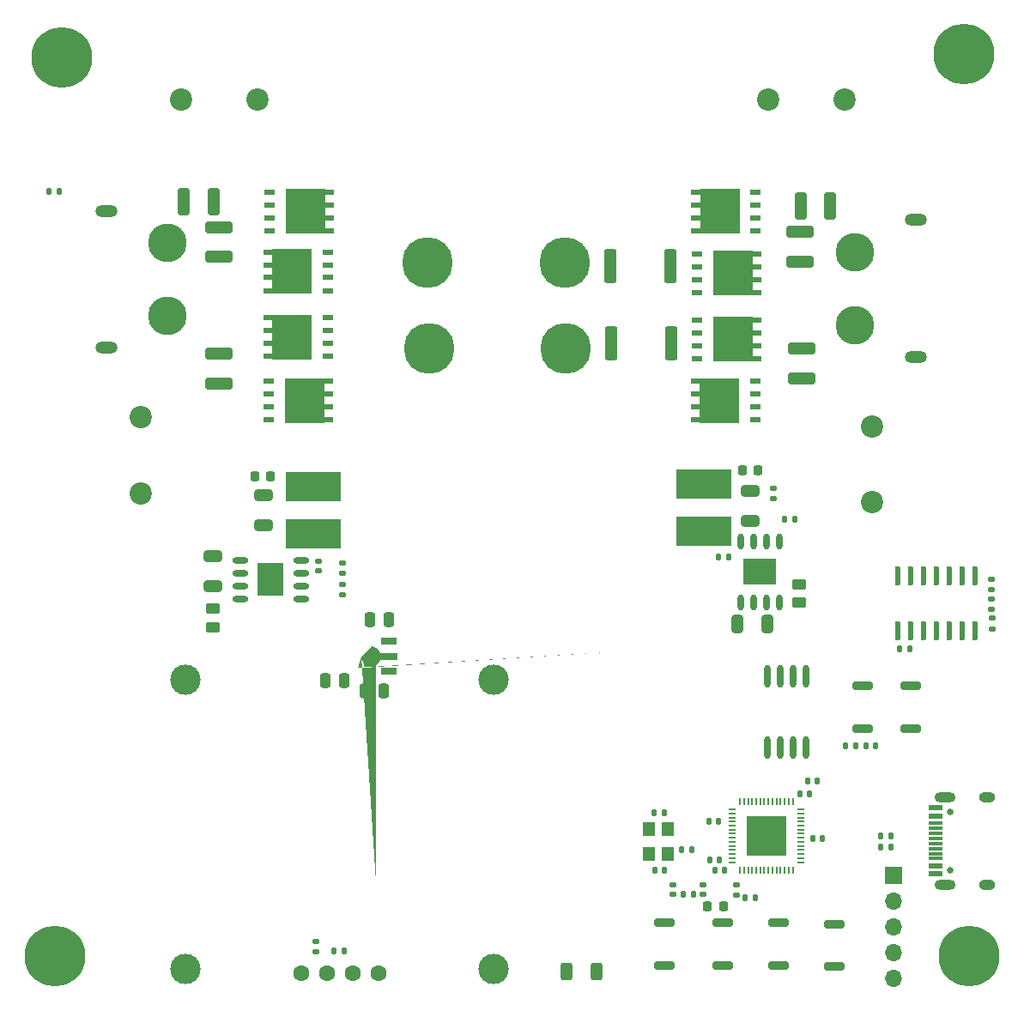
<source format=gts>
G04 #@! TF.GenerationSoftware,KiCad,Pcbnew,8.0.6*
G04 #@! TF.CreationDate,2025-01-07T14:18:53+11:00*
G04 #@! TF.ProjectId,MPPT_V3,4d505054-5f56-4332-9e6b-696361645f70,rev?*
G04 #@! TF.SameCoordinates,Original*
G04 #@! TF.FileFunction,Soldermask,Top*
G04 #@! TF.FilePolarity,Negative*
%FSLAX46Y46*%
G04 Gerber Fmt 4.6, Leading zero omitted, Abs format (unit mm)*
G04 Created by KiCad (PCBNEW 8.0.6) date 2025-01-07 14:18:53*
%MOMM*%
%LPD*%
G01*
G04 APERTURE LIST*
G04 Aperture macros list*
%AMRoundRect*
0 Rectangle with rounded corners*
0 $1 Rounding radius*
0 $2 $3 $4 $5 $6 $7 $8 $9 X,Y pos of 4 corners*
0 Add a 4 corners polygon primitive as box body*
4,1,4,$2,$3,$4,$5,$6,$7,$8,$9,$2,$3,0*
0 Add four circle primitives for the rounded corners*
1,1,$1+$1,$2,$3*
1,1,$1+$1,$4,$5*
1,1,$1+$1,$6,$7*
1,1,$1+$1,$8,$9*
0 Add four rect primitives between the rounded corners*
20,1,$1+$1,$2,$3,$4,$5,0*
20,1,$1+$1,$4,$5,$6,$7,0*
20,1,$1+$1,$6,$7,$8,$9,0*
20,1,$1+$1,$8,$9,$2,$3,0*%
%AMFreePoly0*
4,1,149,1.029806,0.999029,1.079806,0.989029,1.082127,0.988507,1.120971,0.978796,1.169806,0.969029,1.172127,0.968507,1.252127,0.948507,1.262361,0.944721,1.297451,0.927176,1.332127,0.918507,1.342361,0.914721,1.422361,0.874721,1.430000,0.870000,1.466394,0.842704,1.502361,0.824721,1.515355,0.815355,1.542840,0.787870,1.580000,0.760000,1.585355,0.755355,1.705355,0.635355,
1.710000,0.630000,1.737870,0.592840,1.765355,0.565355,1.774721,0.552361,1.834721,0.432361,1.838507,0.422127,1.849039,0.380000,3.510000,0.380000,3.545355,0.365355,3.560000,0.330000,3.560000,-0.330000,3.545355,-0.365355,3.510000,-0.380000,1.849039,-0.380000,1.838507,-0.422127,1.834721,-0.432361,1.774721,-0.552361,1.765355,-0.565355,1.737870,-0.592840,1.710000,-0.630000,
1.705355,-0.635355,1.647870,-0.692840,1.620000,-0.730000,1.607735,-0.741603,1.578884,-0.760837,1.542840,-0.787870,1.515355,-0.815355,1.502361,-0.824721,1.466394,-0.842704,1.430000,-0.870000,1.422361,-0.874721,1.342361,-0.914721,1.332127,-0.918507,1.297451,-0.927176,1.262361,-0.944721,1.252127,-0.948507,1.172127,-0.968507,1.169806,-0.969029,1.120971,-0.978796,1.082127,-0.988507,
1.079806,-0.989029,1.029806,-0.999029,1.020000,-1.000000,-1.010000,-1.000000,-1.022127,-0.998507,-1.060971,-0.988796,-1.109806,-0.979029,-1.112127,-0.978507,-1.190971,-0.958796,-1.239806,-0.949029,-1.252361,-0.944721,-1.287451,-0.927176,-1.322127,-0.918507,-1.332361,-0.914721,-1.412361,-0.874721,-1.420000,-0.870000,-1.458884,-0.840837,-1.487735,-0.821603,-1.490000,-0.820000,-1.530000,-0.790000,
-1.535355,-0.785355,-1.559617,-0.761093,-1.592361,-0.744721,-1.610000,-0.730000,-1.637870,-0.692840,-1.695355,-0.635355,-1.700000,-0.630000,-1.730000,-0.590000,-1.731603,-0.587735,-1.751603,-0.557735,-1.754721,-0.552361,-1.772704,-0.516394,-1.800000,-0.480000,-1.804721,-0.472361,-1.844721,-0.392361,-1.848507,-0.382127,-1.857176,-0.347451,-1.874721,-0.312361,-1.879029,-0.299806,-1.888796,-0.250971,
-1.908507,-0.172127,-1.910000,-0.160000,-1.910000,-0.116155,-1.918507,-0.082127,-1.920000,-0.070000,-1.920000,0.070000,-1.918507,0.082127,-1.910000,0.116155,-1.910000,0.150000,-1.909029,0.159806,-1.899029,0.209806,-1.898507,0.212127,-1.878507,0.292127,-1.876424,0.298570,-1.857683,0.345421,-1.848507,0.382127,-1.844721,0.392361,-1.804721,0.472361,-1.800000,0.480000,-1.772704,0.516394,
-1.754721,0.552361,-1.751603,0.557735,-1.731603,0.587735,-1.730000,0.590000,-1.700000,0.630000,-1.695355,0.635355,-1.605355,0.725355,-1.600000,0.730000,-1.562840,0.757870,-1.535355,0.785355,-1.530000,0.790000,-1.490000,0.820000,-1.487735,0.821603,-1.458884,0.840837,-1.420000,0.870000,-1.412361,0.874721,-1.332361,0.914721,-1.322127,0.918507,-1.287451,0.927176,-1.252361,0.944721,
-1.239806,0.949029,-1.190971,0.958796,-1.112127,0.978507,-1.109806,0.979029,-1.060971,0.988796,-1.022127,0.998507,-1.010000,1.000000,1.020000,1.000000,1.029806,0.999029,1.029806,0.999029,$1*%
G04 Aperture macros list end*
%ADD10RoundRect,0.140000X-0.140000X-0.170000X0.140000X-0.170000X0.140000X0.170000X-0.140000X0.170000X0*%
%ADD11RoundRect,0.250000X-1.100000X0.325000X-1.100000X-0.325000X1.100000X-0.325000X1.100000X0.325000X0*%
%ADD12R,1.000000X0.600000*%
%ADD13R,4.000000X4.410000*%
%ADD14O,0.590000X1.970000*%
%ADD15C,5.000000*%
%ADD16RoundRect,0.147500X0.172500X-0.147500X0.172500X0.147500X-0.172500X0.147500X-0.172500X-0.147500X0*%
%ADD17RoundRect,0.135000X-0.135000X-0.185000X0.135000X-0.185000X0.135000X0.185000X-0.135000X0.185000X0*%
%ADD18RoundRect,0.140000X0.140000X0.170000X-0.140000X0.170000X-0.140000X-0.170000X0.140000X-0.170000X0*%
%ADD19RoundRect,0.250000X0.650000X-0.325000X0.650000X0.325000X-0.650000X0.325000X-0.650000X-0.325000X0*%
%ADD20RoundRect,0.140000X0.170000X-0.140000X0.170000X0.140000X-0.170000X0.140000X-0.170000X-0.140000X0*%
%ADD21RoundRect,0.135000X-0.185000X0.135000X-0.185000X-0.135000X0.185000X-0.135000X0.185000X0.135000X0*%
%ADD22RoundRect,0.250000X0.450000X-0.262500X0.450000X0.262500X-0.450000X0.262500X-0.450000X-0.262500X0*%
%ADD23C,6.000000*%
%ADD24R,5.500000X3.000000*%
%ADD25R,0.200000X0.660000*%
%ADD26R,0.660000X0.200000*%
%ADD27R,4.000000X4.000000*%
%ADD28RoundRect,0.225000X0.225000X0.250000X-0.225000X0.250000X-0.225000X-0.250000X0.225000X-0.250000X0*%
%ADD29RoundRect,0.250000X0.250000X0.475000X-0.250000X0.475000X-0.250000X-0.475000X0.250000X-0.475000X0*%
%ADD30R,1.200000X1.400000*%
%ADD31RoundRect,0.200000X0.800000X-0.200000X0.800000X0.200000X-0.800000X0.200000X-0.800000X-0.200000X0*%
%ADD32RoundRect,0.225000X-0.225000X-0.250000X0.225000X-0.250000X0.225000X0.250000X-0.225000X0.250000X0*%
%ADD33RoundRect,0.250000X0.325000X0.650000X-0.325000X0.650000X-0.325000X-0.650000X0.325000X-0.650000X0*%
%ADD34R,1.580000X0.670000*%
%ADD35FreePoly0,0.000000*%
%ADD36RoundRect,0.250000X-0.325000X-1.100000X0.325000X-1.100000X0.325000X1.100000X-0.325000X1.100000X0*%
%ADD37RoundRect,0.200000X-0.800000X0.200000X-0.800000X-0.200000X0.800000X-0.200000X0.800000X0.200000X0*%
%ADD38O,1.600000X0.600000*%
%ADD39R,2.500000X3.200000*%
%ADD40RoundRect,0.135000X0.135000X0.185000X-0.135000X0.185000X-0.135000X-0.185000X0.135000X-0.185000X0*%
%ADD41RoundRect,0.250000X-0.362500X-1.425000X0.362500X-1.425000X0.362500X1.425000X-0.362500X1.425000X0*%
%ADD42RoundRect,0.135000X0.185000X-0.135000X0.185000X0.135000X-0.185000X0.135000X-0.185000X-0.135000X0*%
%ADD43C,2.200000*%
%ADD44RoundRect,0.250000X0.312500X0.625000X-0.312500X0.625000X-0.312500X-0.625000X0.312500X-0.625000X0*%
%ADD45RoundRect,0.250000X0.325000X1.100000X-0.325000X1.100000X-0.325000X-1.100000X0.325000X-1.100000X0*%
%ADD46C,0.650000*%
%ADD47R,1.450000X0.600000*%
%ADD48R,1.450000X0.300000*%
%ADD49O,2.100000X1.000000*%
%ADD50O,1.600000X1.000000*%
%ADD51C,3.000000*%
%ADD52C,1.600000*%
%ADD53R,1.700000X1.700000*%
%ADD54O,1.700000X1.700000*%
%ADD55RoundRect,0.250000X-0.250000X-0.475000X0.250000X-0.475000X0.250000X0.475000X-0.250000X0.475000X0*%
%ADD56O,0.600000X1.600000*%
%ADD57R,3.200000X2.500000*%
%ADD58O,0.630000X2.250000*%
%ADD59RoundRect,0.250000X1.100000X-0.325000X1.100000X0.325000X-1.100000X0.325000X-1.100000X-0.325000X0*%
%ADD60C,3.800000*%
%ADD61O,2.200000X1.200000*%
%ADD62RoundRect,0.147500X-0.147500X-0.172500X0.147500X-0.172500X0.147500X0.172500X-0.147500X0.172500X0*%
%ADD63RoundRect,0.250000X-0.450000X0.262500X-0.450000X-0.262500X0.450000X-0.262500X0.450000X0.262500X0*%
G04 APERTURE END LIST*
D10*
X164820000Y-126700000D03*
X165780000Y-126700000D03*
D11*
X101000000Y-75550000D03*
X101000000Y-78500000D03*
D12*
X153900000Y-94560000D03*
X153900000Y-93280000D03*
X153900000Y-92020000D03*
X153900000Y-90750000D03*
X148060000Y-90750000D03*
X148060000Y-92020000D03*
X148060000Y-93280000D03*
X148060000Y-94560000D03*
D13*
X150370000Y-92650000D03*
D14*
X167950000Y-115400000D03*
X169220000Y-115400000D03*
X170490000Y-115400000D03*
X171760000Y-115400000D03*
X173030000Y-115400000D03*
X174300000Y-115400000D03*
X175570000Y-115400000D03*
X175570000Y-109940000D03*
X174300000Y-109940000D03*
X173030000Y-109940000D03*
X171760000Y-109940000D03*
X170490000Y-109940000D03*
X169220000Y-109940000D03*
X167950000Y-109940000D03*
D10*
X159550000Y-135900000D03*
X160510000Y-135900000D03*
D15*
X135074999Y-79075000D03*
X121575000Y-79075000D03*
D16*
X152000000Y-141435000D03*
X152000000Y-140465000D03*
D17*
X84240000Y-72050000D03*
X85260000Y-72050000D03*
D12*
X111730000Y-81810000D03*
X111730000Y-80530000D03*
X111730000Y-79270000D03*
X111730000Y-78000000D03*
X105890000Y-78000000D03*
X105890000Y-79270000D03*
X105890000Y-80530000D03*
X105890000Y-81810000D03*
D13*
X108200000Y-79900000D03*
D18*
X144960000Y-139000000D03*
X144000000Y-139000000D03*
D19*
X105400000Y-104975000D03*
X105400000Y-102025000D03*
D20*
X145800000Y-141380000D03*
X145800000Y-140420000D03*
D21*
X177230000Y-114150000D03*
X177230000Y-115169998D03*
D22*
X158250000Y-112625000D03*
X158250000Y-110800000D03*
D23*
X84800000Y-147500000D03*
X174500000Y-58500000D03*
D12*
X111730000Y-88310000D03*
X111730000Y-87030000D03*
X111730000Y-85770000D03*
X111730000Y-84500000D03*
X105890000Y-84500000D03*
X105890000Y-85770000D03*
X105890000Y-87030000D03*
X105890000Y-88310000D03*
D13*
X108200000Y-86400000D03*
D18*
X150380000Y-138000000D03*
X149420000Y-138000000D03*
D24*
X110300000Y-105830000D03*
X110300000Y-101170000D03*
D25*
X152390000Y-139010000D03*
X152790000Y-139010000D03*
X153190000Y-139010000D03*
X153590000Y-139010000D03*
X153990000Y-139010000D03*
X154390000Y-139010000D03*
X154790000Y-139010000D03*
X155190000Y-139010000D03*
X155590000Y-139010000D03*
X155990000Y-139010000D03*
X156390000Y-139010000D03*
X156790000Y-139010000D03*
X157190000Y-139010000D03*
X157590000Y-139010000D03*
D26*
X158400000Y-138200000D03*
X158400000Y-137800000D03*
X158400000Y-137400000D03*
X158400000Y-137000000D03*
X158400000Y-136600000D03*
X158400000Y-136200000D03*
X158400000Y-135800000D03*
X158400000Y-135400000D03*
X158400000Y-135000000D03*
X158400000Y-134600000D03*
X158400000Y-134200000D03*
X158400000Y-133800000D03*
X158400000Y-133400000D03*
X158400000Y-133000000D03*
D25*
X157590000Y-132190000D03*
X157190000Y-132190000D03*
X156790000Y-132190000D03*
X156390000Y-132190000D03*
X155990000Y-132190000D03*
X155590000Y-132190000D03*
X155190000Y-132190000D03*
X154790000Y-132190000D03*
X154390000Y-132190000D03*
X153990000Y-132190000D03*
X153590000Y-132190000D03*
X153190000Y-132190000D03*
X152790000Y-132190000D03*
X152390000Y-132190000D03*
D26*
X151580000Y-133000000D03*
X151580000Y-133400000D03*
X151580000Y-133800000D03*
X151580000Y-134200000D03*
X151580000Y-134600000D03*
X151580000Y-135000000D03*
X151580000Y-135400000D03*
X151580000Y-135800000D03*
X151580000Y-136200000D03*
X151580000Y-136600000D03*
X151580000Y-137000000D03*
X151580000Y-137400000D03*
X151580000Y-137800000D03*
X151580000Y-138200000D03*
D27*
X154990000Y-135600000D03*
D19*
X153400000Y-104525000D03*
X153400000Y-101575000D03*
D28*
X150750000Y-142550000D03*
X149200000Y-142550000D03*
D29*
X113380000Y-120280000D03*
X111480000Y-120280000D03*
D21*
X155700000Y-101300000D03*
X155700000Y-102320000D03*
D30*
X145300000Y-137350000D03*
X145300000Y-134950000D03*
X143400000Y-134950000D03*
X143400000Y-137350000D03*
D31*
X161700000Y-148500000D03*
X161700000Y-144300000D03*
D32*
X104550000Y-100100000D03*
X106100000Y-100100000D03*
D33*
X155075000Y-114700000D03*
X152125000Y-114700000D03*
D19*
X100400000Y-110975000D03*
X100400000Y-108025000D03*
D12*
X148170000Y-84690000D03*
X148170000Y-85970000D03*
X148170000Y-87230000D03*
X148170000Y-88500000D03*
X154010000Y-88500000D03*
X154010000Y-87230000D03*
X154010000Y-85970000D03*
X154010000Y-84690000D03*
D13*
X151700000Y-86600000D03*
D34*
X117750000Y-119380000D03*
D35*
X115030000Y-117880000D03*
D34*
X117750000Y-116380000D03*
D28*
X154175000Y-99550000D03*
X152625000Y-99550000D03*
D36*
X158350000Y-73500000D03*
X161300000Y-73500000D03*
D10*
X143940000Y-133350000D03*
X144900000Y-133350000D03*
D31*
X150700000Y-148400000D03*
X150700000Y-144200000D03*
D11*
X158300000Y-76025000D03*
X158300000Y-78975000D03*
D21*
X113200000Y-108690000D03*
X113200000Y-109710000D03*
D37*
X169200000Y-120800000D03*
X169200000Y-125000000D03*
D21*
X177190000Y-112220000D03*
X177190000Y-113239998D03*
D10*
X152900000Y-141750000D03*
X153860000Y-141750000D03*
D38*
X103100000Y-108400000D03*
X103100000Y-109670000D03*
X103100000Y-110940000D03*
X103100000Y-112210000D03*
X109100000Y-112210000D03*
X109100000Y-110940000D03*
X109100000Y-109670000D03*
X109100000Y-108400000D03*
D39*
X106100000Y-110300000D03*
D40*
X169109999Y-117190000D03*
X168090001Y-117190000D03*
D10*
X159040000Y-130200000D03*
X160000000Y-130200000D03*
D31*
X144900000Y-148400000D03*
X144900000Y-144200000D03*
D20*
X148700000Y-141380000D03*
X148700000Y-140420000D03*
D18*
X151260000Y-108100000D03*
X150300000Y-108100000D03*
D41*
X139600000Y-79400000D03*
X145525000Y-79400000D03*
D42*
X110550000Y-147070000D03*
X110550000Y-146050000D03*
D17*
X162790000Y-126700000D03*
X163810000Y-126700000D03*
D43*
X93300000Y-94300000D03*
X93300000Y-101800000D03*
D44*
X138212500Y-149000000D03*
X135287500Y-149000000D03*
D45*
X100500000Y-73050000D03*
X97550000Y-73050000D03*
D46*
X173115022Y-138993263D03*
X173115022Y-133213263D03*
D47*
X171670022Y-139353263D03*
X171670022Y-138553263D03*
D48*
X171670022Y-137353263D03*
X171670022Y-136353263D03*
X171670022Y-135853263D03*
X171670022Y-134853263D03*
D47*
X171670022Y-133653263D03*
X171670022Y-132853263D03*
X171670022Y-132853263D03*
X171670022Y-133653263D03*
D48*
X171670022Y-134353263D03*
X171670022Y-135353263D03*
X171670022Y-136853263D03*
X171670022Y-137853263D03*
D47*
X171670022Y-138553263D03*
X171670022Y-139353263D03*
D49*
X172585022Y-140423263D03*
D50*
X176765022Y-140423263D03*
D49*
X172585022Y-131783263D03*
D50*
X176765022Y-131783263D03*
D51*
X128100000Y-148700000D03*
X128100000Y-120200000D03*
X97700000Y-148700000D03*
X97700000Y-120200000D03*
D52*
X116710000Y-149200000D03*
X114170000Y-149200000D03*
X111630000Y-149200000D03*
X109090000Y-149200000D03*
D29*
X117780000Y-114280000D03*
X115880000Y-114280000D03*
D12*
X148170000Y-78190000D03*
X148170000Y-79470000D03*
X148170000Y-80730000D03*
X148170000Y-82000000D03*
X154010000Y-82000000D03*
X154010000Y-80730000D03*
X154010000Y-79470000D03*
X154010000Y-78190000D03*
D13*
X151700000Y-80100000D03*
D12*
X153930000Y-75910000D03*
X153930000Y-74630000D03*
X153930000Y-73370000D03*
X153930000Y-72100000D03*
X148090000Y-72100000D03*
X148090000Y-73370000D03*
X148090000Y-74630000D03*
X148090000Y-75910000D03*
D13*
X150400000Y-74000000D03*
D40*
X167310000Y-135610000D03*
X166290000Y-135610000D03*
D53*
X167500000Y-139500000D03*
D54*
X167500000Y-142040000D03*
X167500000Y-144579999D03*
X167500000Y-147120000D03*
X167500000Y-149660000D03*
D55*
X115380000Y-121280000D03*
X117280000Y-121280000D03*
D56*
X152450000Y-112550000D03*
X153720000Y-112550000D03*
X154990000Y-112550000D03*
X156260000Y-112550000D03*
X156260000Y-106550000D03*
X154990000Y-106550000D03*
X153720000Y-106550000D03*
X152450000Y-106550000D03*
D57*
X154350000Y-109550000D03*
D12*
X105970000Y-72090000D03*
X105970000Y-73370000D03*
X105970000Y-74630000D03*
X105970000Y-75900000D03*
X111810000Y-75900000D03*
X111810000Y-74630000D03*
X111810000Y-73370000D03*
X111810000Y-72090000D03*
D13*
X109500000Y-74000000D03*
D40*
X113360000Y-146950000D03*
X112340000Y-146950000D03*
D23*
X175000000Y-147500000D03*
D43*
X97300000Y-63000000D03*
X104800000Y-63000000D03*
D10*
X158270000Y-131500000D03*
X159230000Y-131500000D03*
D58*
X158910000Y-119870000D03*
X157630000Y-119870000D03*
X156370000Y-119870000D03*
X155100000Y-119870000D03*
X155100000Y-126930000D03*
X156370000Y-126930000D03*
X157630000Y-126930000D03*
X158910000Y-126930000D03*
D20*
X110800000Y-109460000D03*
X110800000Y-108500000D03*
D59*
X158500000Y-90450000D03*
X158500000Y-87500000D03*
D18*
X150880000Y-139000000D03*
X149920000Y-139000000D03*
D43*
X165400000Y-95200000D03*
X165400000Y-102700000D03*
D60*
X95905000Y-84299880D03*
X95905000Y-77099880D03*
D61*
X89905000Y-73949880D03*
X89905000Y-87449880D03*
D37*
X164500000Y-120800000D03*
X164500000Y-125000000D03*
D41*
X139637500Y-87000000D03*
X145562500Y-87000000D03*
D24*
X148800000Y-105580000D03*
X148800000Y-100920000D03*
D15*
X135200000Y-87500000D03*
X121700001Y-87500000D03*
D31*
X156200000Y-148400000D03*
X156200000Y-144200000D03*
D21*
X113200000Y-110790000D03*
X113200000Y-111810000D03*
D43*
X162700000Y-63000000D03*
X155200000Y-63000000D03*
D12*
X105910000Y-90750000D03*
X105910000Y-92030000D03*
X105910000Y-93290000D03*
X105910000Y-94560000D03*
X111750000Y-94560000D03*
X111750000Y-93290000D03*
X111750000Y-92030000D03*
X111750000Y-90750000D03*
D13*
X109440000Y-92660000D03*
D18*
X150280000Y-134200000D03*
X149320000Y-134200000D03*
D40*
X167320000Y-136700000D03*
X166300000Y-136700000D03*
D60*
X163695000Y-78000120D03*
X163695000Y-85200120D03*
D61*
X169695000Y-88350120D03*
X169695000Y-74850120D03*
D21*
X177210000Y-110300002D03*
X177210000Y-111320000D03*
D62*
X146815000Y-141400000D03*
X147785000Y-141400000D03*
D59*
X101000000Y-91000000D03*
X101000000Y-88050000D03*
D17*
X156790000Y-104400000D03*
X157810000Y-104400000D03*
D40*
X147650000Y-137000000D03*
X146630000Y-137000000D03*
D23*
X85500000Y-58790000D03*
D63*
X100400000Y-113187500D03*
X100400000Y-115012500D03*
M02*

</source>
